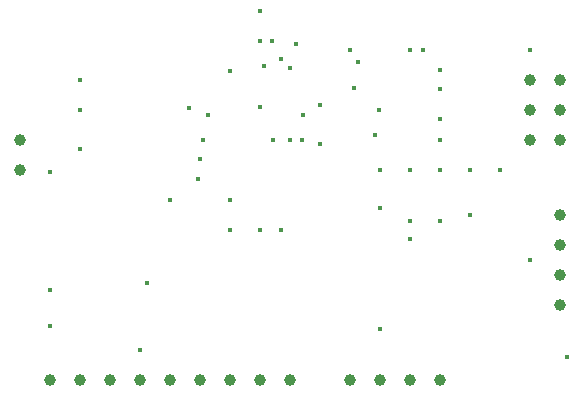
<source format=gbr>
%TF.GenerationSoftware,KiCad,Pcbnew,(6.0.0)*%
%TF.CreationDate,2022-01-07T00:25:38+08:00*%
%TF.ProjectId,pj4_MCU,706a345f-4d43-4552-9e6b-696361645f70,1*%
%TF.SameCoordinates,Original*%
%TF.FileFunction,Plated,1,2,PTH,Drill*%
%TF.FilePolarity,Positive*%
%FSLAX46Y46*%
G04 Gerber Fmt 4.6, Leading zero omitted, Abs format (unit mm)*
G04 Created by KiCad (PCBNEW (6.0.0)) date 2022-01-07 00:25:38*
%MOMM*%
%LPD*%
G01*
G04 APERTURE LIST*
%TA.AperFunction,ViaDrill*%
%ADD10C,0.400000*%
%TD*%
%TA.AperFunction,ComponentDrill*%
%ADD11C,1.000000*%
%TD*%
G04 APERTURE END LIST*
D10*
X152400000Y-122109500D03*
X152400000Y-132080000D03*
X152400000Y-135139011D03*
X154940000Y-114300000D03*
X154940000Y-116840000D03*
X154940000Y-120154500D03*
X160020000Y-137160000D03*
X160603010Y-131496990D03*
X162560000Y-124460000D03*
X164225451Y-116689951D03*
X164980868Y-122696693D03*
X165100000Y-121025444D03*
X165374980Y-119380000D03*
X165824500Y-117264386D03*
X167640000Y-113575500D03*
X167640000Y-124460000D03*
X167640000Y-127000000D03*
X170180000Y-108495500D03*
X170180000Y-111035500D03*
X170180000Y-116655500D03*
X170180000Y-127000000D03*
X170496128Y-113100726D03*
X171179503Y-111035500D03*
X171271000Y-119380000D03*
X171962299Y-112517701D03*
X171995500Y-127000000D03*
X172720000Y-113275386D03*
X172720000Y-119380000D03*
X173232300Y-111247701D03*
X173732051Y-119367452D03*
X173845123Y-117301792D03*
X175260000Y-116445674D03*
X175260000Y-119780000D03*
X177800000Y-111760000D03*
X178117859Y-115024500D03*
X178524500Y-112772051D03*
X179940000Y-118980000D03*
X180290011Y-116840000D03*
X180340000Y-121920000D03*
X180340000Y-125184500D03*
X180340000Y-135394500D03*
X182880000Y-111760000D03*
X182880000Y-121920000D03*
X182880000Y-126275500D03*
X182880000Y-127774500D03*
X183970989Y-111760000D03*
X185420000Y-113475500D03*
X185420000Y-115124500D03*
X185420000Y-117664500D03*
X185420000Y-119380000D03*
X185420000Y-121920000D03*
X185420000Y-126275500D03*
X187960000Y-121920000D03*
X187960000Y-125775980D03*
X190500000Y-121920000D03*
X193040000Y-111760000D03*
X193040000Y-129540000D03*
X196163010Y-137743010D03*
D11*
%TO.C,BT1*%
X149860000Y-119380000D03*
X149860000Y-121920000D03*
%TO.C,J1*%
X152410000Y-139700000D03*
X154950000Y-139700000D03*
X157490000Y-139700000D03*
X160030000Y-139700000D03*
X162570000Y-139700000D03*
X165110000Y-139700000D03*
X167650000Y-139700000D03*
X170190000Y-139700000D03*
X172730000Y-139700000D03*
%TO.C,J4*%
X177800000Y-139700000D03*
X180340000Y-139700000D03*
X182880000Y-139700000D03*
X185420000Y-139700000D03*
%TO.C,J2*%
X193040000Y-114300000D03*
X193040000Y-116840000D03*
X193040000Y-119380000D03*
X195580000Y-114300000D03*
X195580000Y-116840000D03*
X195580000Y-119380000D03*
%TO.C,J3*%
X195580000Y-125740000D03*
X195580000Y-128280000D03*
X195580000Y-130820000D03*
X195580000Y-133360000D03*
M02*

</source>
